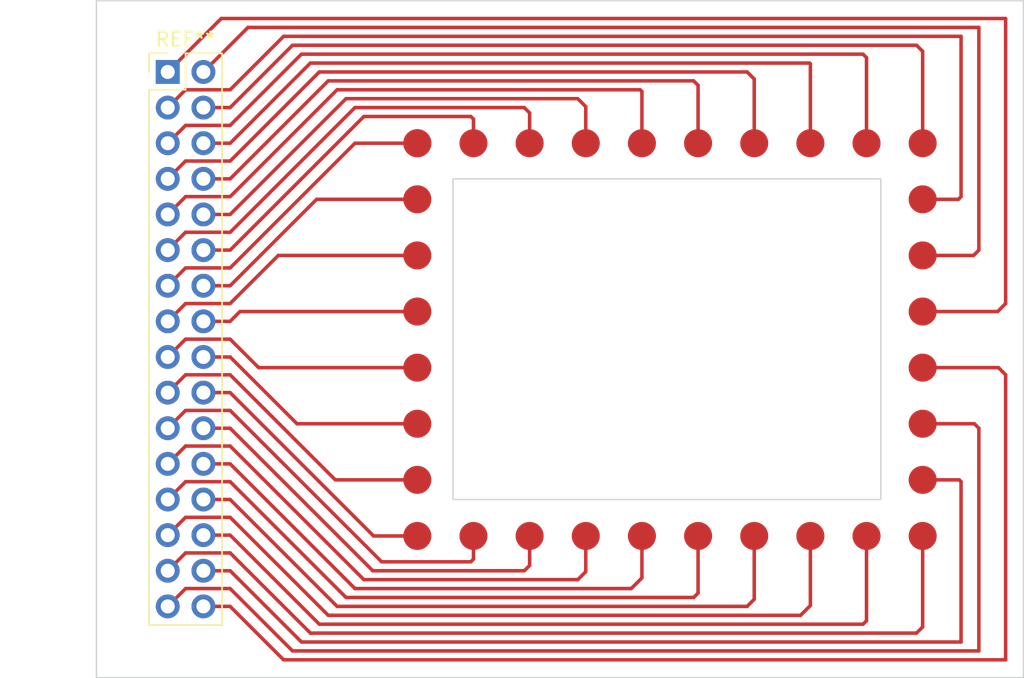
<source format=kicad_pcb>
(kicad_pcb (version 20221018) (generator pcbnew)
  (layers (0 "F.Cu" signal) (31 "B.Cu" signal) (34 "B.Paste" user) (35 "F.Paste" user) (36 "B.SilkS" user "B.Silkscreen") (37 "F.SilkS" user "F.Silkscreen") (38 "B.Mask" user) (39 "F.Mask" user) (44 "Edge.Cuts" user))
  (net 0 "")
  (net 1 "EIT")
  (footprint "CustomFootprints:FingerFrame" (layer "F.Cu") (at 37.465 24.13)
    (fp_text reference "REF**" hide)
    (fp_text value "FingerFrame" hide)
    (pad "1" smd circle (at 0 0) (size 2 2) (layers "F.Cu" "F.Paste" "F.Mask") (net 1 "EIT"))
    (pad "1" smd circle (at 0 0) (size 2 2) (layers "F.Cu" "F.Paste" "F.Mask") (net 1 "EIT"))
    (pad "1" smd circle (at 0 4) (size 2 2) (layers "F.Cu" "F.Paste" "F.Mask") (net 1 "EIT"))
    (pad "1" smd circle (at 0 8) (size 2 2) (layers "F.Cu" "F.Paste" "F.Mask") (net 1 "EIT"))
    (pad "1" smd circle (at 0 12) (size 2 2) (layers "F.Cu" "F.Paste" "F.Mask") (net 1 "EIT"))
    (pad "1" smd circle (at 0 16) (size 2 2) (layers "F.Cu" "F.Paste" "F.Mask") (net 1 "EIT"))
    (pad "1" smd circle (at 0 20) (size 2 2) (layers "F.Cu" "F.Paste" "F.Mask") (net 1 "EIT"))
    (pad "1" smd circle (at 0 24) (size 2 2) (layers "F.Cu" "F.Paste" "F.Mask") (net 1 "EIT"))
    (pad "1" smd circle (at 0 28) (size 2 2) (layers "F.Cu" "F.Paste" "F.Mask") (net 1 "EIT"))
    (pad "1" smd circle (at 4 0) (size 2 2) (property pad_prop_testpoint) (layers "F.Cu" "F.Paste" "F.Mask") (net 1 "EIT"))
    (pad "1" smd circle (at 4 28) (size 2 2) (layers "F.Cu" "F.Paste" "F.Mask") (net 1 "EIT"))
    (pad "1" smd circle (at 8 0) (size 2 2) (layers "F.Cu" "F.Paste" "F.Mask") (net 1 "EIT"))
    (pad "1" smd circle (at 8 28) (size 2 2) (layers "F.Cu" "F.Paste" "F.Mask") (net 1 "EIT"))
    (pad "1" smd circle (at 12 0) (size 2 2) (layers "F.Cu" "F.Paste" "F.Mask") (net 1 "EIT"))
    (pad "1" smd circle (at 12 28) (size 2 2) (layers "F.Cu" "F.Paste" "F.Mask") (net 1 "EIT"))
    (pad "1" smd circle (at 16 0) (size 2 2) (layers "F.Cu" "F.Paste" "F.Mask") (net 1 "EIT"))
    (pad "1" smd circle (at 16 28) (size 2 2) (layers "F.Cu" "F.Paste" "F.Mask") (net 1 "EIT"))
    (pad "1" smd circle (at 20 0) (size 2 2) (layers "F.Cu" "F.Paste" "F.Mask") (net 1 "EIT"))
    (pad "1" smd circle (at 20 28) (size 2 2) (layers "F.Cu" "F.Paste" "F.Mask") (net 1 "EIT"))
    (pad "1" smd circle (at 24 0) (size 2 2) (layers "F.Cu" "F.Paste" "F.Mask") (net 1 "EIT"))
    (pad "1" smd circle (at 24 28) (size 2 2) (layers "F.Cu" "F.Paste" "F.Mask") (net 1 "EIT"))
    (pad "1" smd circle (at 28 0) (size 2 2) (layers "F.Cu" "F.Paste" "F.Mask") (net 1 "EIT"))
    (pad "1" smd circle (at 28 28) (size 2 2) (layers "F.Cu" "F.Paste" "F.Mask") (net 1 "EIT"))
    (pad "1" smd circle (at 32 0) (size 2 2) (layers "F.Cu" "F.Paste" "F.Mask") (net 1 "EIT"))
    (pad "1" smd circle (at 32 28) (size 2 2) (layers "F.Cu" "F.Paste" "F.Mask") (net 1 "EIT"))
    (pad "1" smd circle (at 36 0) (size 2 2) (layers "F.Cu" "F.Paste" "F.Mask") (net 1 "EIT"))
    (pad "1" smd circle (at 36 4) (size 2 2) (layers "F.Cu" "F.Paste" "F.Mask") (net 1 "EIT"))
    (pad "1" smd circle (at 36 8) (size 2 2) (layers "F.Cu" "F.Paste" "F.Mask") (net 1 "EIT"))
    (pad "1" smd circle (at 36 12) (size 2 2) (layers "F.Cu" "F.Paste" "F.Mask") (net 1 "EIT"))
    (pad "1" smd circle (at 36 16) (size 2 2) (layers "F.Cu" "F.Paste" "F.Mask") (net 1 "EIT"))
    (pad "1" smd circle (at 36 20) (size 2 2) (layers "F.Cu" "F.Paste" "F.Mask") (net 1 "EIT"))
    (pad "1" smd circle (at 36 24) (size 2 2) (layers "F.Cu" "F.Paste" "F.Mask") (net 1 "EIT"))
    (pad "1" smd circle (at 36 28) (size 2 2) (layers "F.Cu" "F.Paste" "F.Mask") (net 1 "EIT"))
  )
  (footprint "Connector_PinHeader_2.54mm:PinHeader_2x16_P2.54mm_Vertical" (layer "F.Cu") (at 19.685 19.05)
    (fp_text reference "REF**" (at 1.27 -2.33) (layer "F.SilkS"))
    (fp_text value "PinHeader_2x16_P2.54mm_Vertical")
    (fp_line (start -1.33 -1.33) (end 0 -1.33) (stroke (width 0.12)) (layer "F.SilkS"))
    (fp_line (start -1.33 0) (end -1.33 -1.33) (stroke (width 0.12)) (layer "F.SilkS"))
    (fp_line (start -1.33 1.27) (end -1.33 39.43) (stroke (width 0.12)) (layer "F.SilkS"))
    (fp_line (start -1.33 1.27) (end 1.27 1.27) (stroke (width 0.12)) (layer "F.SilkS"))
    (fp_line (start -1.33 39.43) (end 3.87 39.43) (stroke (width 0.12)) (layer "F.SilkS"))
    (fp_line (start 1.27 -1.33) (end 3.87 -1.33) (stroke (width 0.12)) (layer "F.SilkS"))
    (fp_line (start 1.27 1.27) (end 1.27 -1.33) (stroke (width 0.12)) (layer "F.SilkS"))
    (fp_line (start 3.87 -1.33) (end 3.87 39.43) (stroke (width 0.12)) (layer "F.SilkS"))
    (pad "1" thru_hole rect (at 0 0) (size 1.7 1.7) (drill 1) (layers "*.Cu" "*.Mask") (net 1 "EIT"))
    (pad "2" thru_hole oval (at 2.54 0) (size 1.7 1.7) (drill 1) (layers "*.Cu" "*.Mask") (net 1 "EIT"))
    (pad "3" thru_hole oval (at 0 2.54) (size 1.7 1.7) (drill 1) (layers "*.Cu" "*.Mask") (net 1 "EIT"))
    (pad "4" thru_hole oval (at 2.54 2.54) (size 1.7 1.7) (drill 1) (layers "*.Cu" "*.Mask") (net 1 "EIT"))
    (pad "5" thru_hole oval (at 0 5.08) (size 1.7 1.7) (drill 1) (layers "*.Cu" "*.Mask") (net 1 "EIT"))
    (pad "6" thru_hole oval (at 2.54 5.08) (size 1.7 1.7) (drill 1) (layers "*.Cu" "*.Mask") (net 1 "EIT"))
    (pad "7" thru_hole oval (at 0 7.62) (size 1.7 1.7) (drill 1) (layers "*.Cu" "*.Mask") (net 1 "EIT"))
    (pad "8" thru_hole oval (at 2.54 7.62) (size 1.7 1.7) (drill 1) (layers "*.Cu" "*.Mask") (net 1 "EIT"))
    (pad "9" thru_hole oval (at 0 10.16) (size 1.7 1.7) (drill 1) (layers "*.Cu" "*.Mask") (net 1 "EIT"))
    (pad "10" thru_hole oval (at 2.54 10.16) (size 1.7 1.7) (drill 1) (layers "*.Cu" "*.Mask") (net 1 "EIT"))
    (pad "11" thru_hole oval (at 0 12.7) (size 1.7 1.7) (drill 1) (layers "*.Cu" "*.Mask") (net 1 "EIT"))
    (pad "12" thru_hole oval (at 2.54 12.7) (size 1.7 1.7) (drill 1) (layers "*.Cu" "*.Mask") (net 1 "EIT"))
    (pad "13" thru_hole oval (at 0 15.24) (size 1.7 1.7) (drill 1) (layers "*.Cu" "*.Mask") (net 1 "EIT"))
    (pad "14" thru_hole oval (at 2.54 15.24) (size 1.7 1.7) (drill 1) (layers "*.Cu" "*.Mask") (net 1 "EIT"))
    (pad "15" thru_hole oval (at 0 17.78) (size 1.7 1.7) (drill 1) (layers "*.Cu" "*.Mask") (net 1 "EIT"))
    (pad "16" thru_hole oval (at 2.54 17.78) (size 1.7 1.7) (drill 1) (layers "*.Cu" "*.Mask") (net 1 "EIT"))
    (pad "17" thru_hole oval (at 0 20.32) (size 1.7 1.7) (drill 1) (layers "*.Cu" "*.Mask") (net 1 "EIT"))
    (pad "18" thru_hole oval (at 2.54 20.32) (size 1.7 1.7) (drill 1) (layers "*.Cu" "*.Mask") (net 1 "EIT"))
    (pad "19" thru_hole oval (at 0 22.86) (size 1.7 1.7) (drill 1) (layers "*.Cu" "*.Mask") (net 1 "EIT"))
    (pad "20" thru_hole oval (at 2.54 22.86) (size 1.7 1.7) (drill 1) (layers "*.Cu" "*.Mask") (net 1 "EIT"))
    (pad "21" thru_hole oval (at 0 25.4) (size 1.7 1.7) (drill 1) (layers "*.Cu" "*.Mask") (net 1 "EIT"))
    (pad "22" thru_hole oval (at 2.54 25.4) (size 1.7 1.7) (drill 1) (layers "*.Cu" "*.Mask") (net 1 "EIT"))
    (pad "23" thru_hole oval (at 0 27.94) (size 1.7 1.7) (drill 1) (layers "*.Cu" "*.Mask") (net 1 "EIT"))
    (pad "24" thru_hole oval (at 2.54 27.94) (size 1.7 1.7) (drill 1) (layers "*.Cu" "*.Mask") (net 1 "EIT"))
    (pad "25" thru_hole oval (at 0 30.48) (size 1.7 1.7) (drill 1) (layers "*.Cu" "*.Mask") (net 1 "EIT"))
    (pad "26" thru_hole oval (at 2.54 30.48) (size 1.7 1.7) (drill 1) (layers "*.Cu" "*.Mask") (net 1 "EIT"))
    (pad "27" thru_hole oval (at 0 33.02) (size 1.7 1.7) (drill 1) (layers "*.Cu" "*.Mask") (net 1 "EIT"))
    (pad "28" thru_hole oval (at 2.54 33.02) (size 1.7 1.7) (drill 1) (layers "*.Cu" "*.Mask") (net 1 "EIT"))
    (pad "29" thru_hole oval (at 0 35.56) (size 1.7 1.7) (drill 1) (layers "*.Cu" "*.Mask") (net 1 "EIT"))
    (pad "30" thru_hole oval (at 2.54 35.56) (size 1.7 1.7) (drill 1) (layers "*.Cu" "*.Mask") (net 1 "EIT"))
    (pad "31" thru_hole oval (at 0 38.1) (size 1.7 1.7) (drill 1) (layers "*.Cu" "*.Mask") (net 1 "EIT"))
    (pad "32" thru_hole oval (at 2.54 38.1) (size 1.7 1.7) (drill 1) (layers "*.Cu" "*.Mask") (net 1 "EIT"))
  )
  (gr_rect (start 14.605 13.97) (end 80.645 62.23) (stroke (width 0.1)) (fill none) (layer "Edge.Cuts"))
  (gr_rect (start 40.005 26.67) (end 70.485 49.53) (stroke (width 0.1)) (fill none) (layer "Edge.Cuts"))
  (segment (start 49.465 54.675) (end 49.465 52.13) (width 0.25) (layer "F.Cu") (net 1))
  (segment (start 29.845 18.415) (end 65.405 18.415) (width 0.25) (layer "F.Cu") (net 1))
  (segment (start 53.34 20.32) (end 53.465 20.445) (width 0.25) (layer "F.Cu") (net 1))
  (segment (start 22.225 46.99) (end 24.13 46.99) (width 0.25) (layer "F.Cu") (net 1))
  (segment (start 24.13 52.07) (end 30.48 58.42) (width 0.25) (layer "F.Cu") (net 1))
  (segment (start 34.925 53.975) (end 41.275 53.975) (width 0.25) (layer "F.Cu") (net 1))
  (segment (start 69.465 24.13) (end 69.465 18.03) (width 0.25) (layer "F.Cu") (net 1))
  (segment (start 24.13 50.8) (end 31.115 57.785) (width 0.25) (layer "F.Cu") (net 1))
  (segment (start 20.955 22.86) (end 19.685 24.13) (width 0.25) (layer "F.Cu") (net 1))
  (segment (start 65.465 57.09) (end 65.465 52.13) (width 0.25) (layer "F.Cu") (net 1))
  (segment (start 24.13 30.48) (end 33.02 21.59) (width 0.25) (layer "F.Cu") (net 1))
  (segment (start 79.375 40.64) (end 78.865 40.13) (width 0.25) (layer "F.Cu") (net 1))
  (segment (start 53.465 20.445) (end 53.465 24.13) (width 0.25) (layer "F.Cu") (net 1))
  (segment (start 22.225 41.91) (end 24.13 41.91) (width 0.25) (layer "F.Cu") (net 1))
  (segment (start 20.955 48.26) (end 24.13 48.26) (width 0.25) (layer "F.Cu") (net 1))
  (segment (start 22.225 24.13) (end 24.13 24.13) (width 0.25) (layer "F.Cu") (net 1))
  (segment (start 27.56 32.13) (end 37.465 32.13) (width 0.25) (layer "F.Cu") (net 1))
  (segment (start 33.02 24.13) (end 37.465 24.13) (width 0.25) (layer "F.Cu") (net 1))
  (segment (start 19.685 46.99) (end 20.955 45.72) (width 0.25) (layer "F.Cu") (net 1))
  (segment (start 76.2 48.26) (end 76.07 48.13) (width 0.25) (layer "F.Cu") (net 1))
  (segment (start 24.13 34.29) (end 30.29 28.13) (width 0.25) (layer "F.Cu") (net 1))
  (segment (start 41.275 22.225) (end 41.465 22.415) (width 0.25) (layer "F.Cu") (net 1))
  (segment (start 33.02 55.88) (end 52.705 55.88) (width 0.25) (layer "F.Cu") (net 1))
  (segment (start 69.215 17.78) (end 29.21 17.78) (width 0.25) (layer "F.Cu") (net 1))
  (segment (start 65.465 18.475) (end 65.465 24.13) (width 0.25) (layer "F.Cu") (net 1))
  (segment (start 28.575 60.325) (end 77.47 60.325) (width 0.25) (layer "F.Cu") (net 1))
  (segment (start 52.705 55.88) (end 53.465 55.12) (width 0.25) (layer "F.Cu") (net 1))
  (segment (start 31.62 48.13) (end 37.465 48.13) (width 0.25) (layer "F.Cu") (net 1))
  (segment (start 22.225 44.45) (end 24.13 44.45) (width 0.25) (layer "F.Cu") (net 1))
  (segment (start 77.47 44.45) (end 77.15 44.13) (width 0.25) (layer "F.Cu") (net 1))
  (segment (start 31.115 57.785) (end 64.77 57.785) (width 0.25) (layer "F.Cu") (net 1))
  (segment (start 34.35 52.13) (end 37.465 52.13) (width 0.25) (layer "F.Cu") (net 1))
  (segment (start 19.685 29.21) (end 20.955 27.94) (width 0.25) (layer "F.Cu") (net 1))
  (segment (start 24.13 33.02) (end 33.02 24.13) (width 0.25) (layer "F.Cu") (net 1))
  (segment (start 30.48 58.42) (end 69.215 58.42) (width 0.25) (layer "F.Cu") (net 1))
  (segment (start 24.13 57.15) (end 27.94 60.96) (width 0.25) (layer "F.Cu") (net 1))
  (segment (start 32.385 56.515) (end 57.15 56.515) (width 0.25) (layer "F.Cu") (net 1))
  (segment (start 20.955 27.94) (end 24.13 27.94) (width 0.25) (layer "F.Cu") (net 1))
  (segment (start 22.225 21.59) (end 24.13 21.59) (width 0.25) (layer "F.Cu") (net 1))
  (segment (start 79.375 60.96) (end 79.375 40.64) (width 0.25) (layer "F.Cu") (net 1))
  (segment (start 45.465 54.23) (end 45.465 52.13) (width 0.25) (layer "F.Cu") (net 1))
  (segment (start 49.465 21.525) (end 49.465 24.13) (width 0.25) (layer "F.Cu") (net 1))
  (segment (start 24.13 53.34) (end 29.845 59.055) (width 0.25) (layer "F.Cu") (net 1))
  (segment (start 20.955 43.18) (end 24.13 43.18) (width 0.25) (layer "F.Cu") (net 1))
  (segment (start 76.2 16.51) (end 76.2 27.94) (width 0.25) (layer "F.Cu") (net 1))
  (segment (start 22.225 36.83) (end 24.13 36.83) (width 0.25) (layer "F.Cu") (net 1))
  (segment (start 22.225 29.21) (end 24.13 29.21) (width 0.25) (layer "F.Cu") (net 1))
  (segment (start 20.955 40.64) (end 24.13 40.64) (width 0.25) (layer "F.Cu") (net 1))
  (segment (start 24.13 20.32) (end 27.94 16.51) (width 0.25) (layer "F.Cu") (net 1))
  (segment (start 78.865 40.13) (end 73.465 40.13) (width 0.25) (layer "F.Cu") (net 1))
  (segment (start 24.13 36.83) (end 24.83 36.13) (width 0.25) (layer "F.Cu") (net 1))
  (segment (start 60.96 57.15) (end 61.465 56.645) (width 0.25) (layer "F.Cu") (net 1))
  (segment (start 48.895 20.955) (end 49.465 21.525) (width 0.25) (layer "F.Cu") (net 1))
  (segment (start 57.465 56.2) (end 57.465 52.13) (width 0.25) (layer "F.Cu") (net 1))
  (segment (start 45.465 21.97) (end 45.465 24.13) (width 0.25) (layer "F.Cu") (net 1))
  (segment (start 24.13 26.67) (end 31.115 19.685) (width 0.25) (layer "F.Cu") (net 1))
  (segment (start 23.495 15.24) (end 79.375 15.24) (width 0.25) (layer "F.Cu") (net 1))
  (segment (start 79.375 15.24) (end 79.375 35.56) (width 0.25) (layer "F.Cu") (net 1))
  (segment (start 24.13 29.21) (end 32.385 20.955) (width 0.25) (layer "F.Cu") (net 1))
  (segment (start 41.465 53.785) (end 41.465 52.13) (width 0.25) (layer "F.Cu") (net 1))
  (segment (start 22.225 31.75) (end 24.13 31.75) (width 0.25) (layer "F.Cu") (net 1))
  (segment (start 19.685 36.83) (end 20.955 35.56) (width 0.25) (layer "F.Cu") (net 1))
  (segment (start 19.685 34.29) (end 20.955 33.02) (width 0.25) (layer "F.Cu") (net 1))
  (segment (start 28.575 17.145) (end 73.025 17.145) (width 0.25) (layer "F.Cu") (net 1))
  (segment (start 64.77 57.785) (end 65.465 57.09) (width 0.25) (layer "F.Cu") (net 1))
  (segment (start 22.225 34.29) (end 24.13 34.29) (width 0.25) (layer "F.Cu") (net 1))
  (segment (start 60.96 19.05) (end 61.465 19.555) (width 0.25) (layer "F.Cu") (net 1))
  (segment (start 73.025 17.145) (end 73.465 17.585) (width 0.25) (layer "F.Cu") (net 1))
  (segment (start 77.47 31.75) (end 77.09 32.13) (width 0.25) (layer "F.Cu") (net 1))
  (segment (start 41.275 53.975) (end 41.465 53.785) (width 0.25) (layer "F.Cu") (net 1))
  (segment (start 77.09 32.13) (end 73.465 32.13) (width 0.25) (layer "F.Cu") (net 1))
  (segment (start 22.225 49.53) (end 24.13 49.53) (width 0.25) (layer "F.Cu") (net 1))
  (segment (start 30.29 28.13) (end 37.465 28.13) (width 0.25) (layer "F.Cu") (net 1))
  (segment (start 20.955 30.48) (end 24.13 30.48) (width 0.25) (layer "F.Cu") (net 1))
  (segment (start 22.225 39.37) (end 24.13 39.37) (width 0.25) (layer "F.Cu") (net 1))
  (segment (start 20.955 35.56) (end 24.13 35.56) (width 0.25) (layer "F.Cu") (net 1))
  (segment (start 76.07 48.13) (end 73.465 48.13) (width 0.25) (layer "F.Cu") (net 1))
  (segment (start 24.13 45.72) (end 33.655 55.245) (width 0.25) (layer "F.Cu") (net 1))
  (segment (start 32.385 20.955) (end 48.895 20.955) (width 0.25) (layer "F.Cu") (net 1))
  (segment (start 20.955 38.1) (end 24.13 38.1) (width 0.25) (layer "F.Cu") (net 1))
  (segment (start 24.13 48.26) (end 32.385 56.515) (width 0.25) (layer "F.Cu") (net 1))
  (segment (start 57.15 19.685) (end 57.465 20) (width 0.25) (layer "F.Cu") (net 1))
  (segment (start 19.685 57.15) (end 20.955 55.88) (width 0.25) (layer "F.Cu") (net 1))
  (segment (start 31.75 20.32) (end 53.34 20.32) (width 0.25) (layer "F.Cu") (net 1))
  (segment (start 24.13 43.18) (end 34.925 53.975) (width 0.25) (layer "F.Cu") (net 1))
  (segment (start 24.13 41.91) (end 34.35 52.13) (width 0.25) (layer "F.Cu") (net 1))
  (segment (start 24.13 54.61) (end 29.21 59.69) (width 0.25) (layer "F.Cu") (net 1))
  (segment (start 24.13 55.88) (end 28.575 60.325) (width 0.25) (layer "F.Cu") (net 1))
  (segment (start 69.465 58.17) (end 69.465 52.13) (width 0.25) (layer "F.Cu") (net 1))
  (segment (start 24.13 49.53) (end 31.75 57.15) (width 0.25) (layer "F.Cu") (net 1))
  (segment (start 20.955 55.88) (end 24.13 55.88) (width 0.25) (layer "F.Cu") (net 1))
  (segment (start 33.655 22.225) (end 41.275 22.225) (width 0.25) (layer "F.Cu") (net 1))
  (segment (start 65.405 18.415) (end 65.465 18.475) (width 0.25) (layer "F.Cu") (net 1))
  (segment (start 19.685 21.59) (end 20.955 20.32) (width 0.25) (layer "F.Cu") (net 1))
  (segment (start 57.465 20) (end 57.465 24.13) (width 0.25) (layer "F.Cu") (net 1))
  (segment (start 24.13 21.59) (end 28.575 17.145) (width 0.25) (layer "F.Cu") (net 1))
  (segment (start 45.085 21.59) (end 45.465 21.97) (width 0.25) (layer "F.Cu") (net 1))
  (segment (start 34.29 54.61) (end 45.085 54.61) (width 0.25) (layer "F.Cu") (net 1))
  (segment (start 27.94 60.96) (end 79.375 60.96) (width 0.25) (layer "F.Cu") (net 1))
  (segment (start 73.465 17.585) (end 73.465 24.13) (width 0.25) (layer "F.Cu") (net 1))
  (segment (start 61.465 19.555) (end 61.465 24.13) (width 0.25) (layer "F.Cu") (net 1))
  (segment (start 25.4 15.875) (end 77.47 15.875) (width 0.25) (layer "F.Cu") (net 1))
  (segment (start 28.89 44.13) (end 37.465 44.13) (width 0.25) (layer "F.Cu") (net 1))
  (segment (start 29.21 59.69) (end 76.2 59.69) (width 0.25) (layer "F.Cu") (net 1))
  (segment (start 69.215 58.42) (end 69.465 58.17) (width 0.25) (layer "F.Cu") (net 1))
  (segment (start 29.21 17.78) (end 24.13 22.86) (width 0.25) (layer "F.Cu") (net 1))
  (segment (start 76.01 28.13) (end 73.465 28.13) (width 0.25) (layer "F.Cu") (net 1))
  (segment (start 19.685 26.67) (end 20.955 25.4) (width 0.25) (layer "F.Cu") (net 1))
  (segment (start 30.48 19.05) (end 60.96 19.05) (width 0.25) (layer "F.Cu") (net 1))
  (segment (start 57.15 56.515) (end 57.465 56.2) (width 0.25) (layer "F.Cu") (net 1))
  (segment (start 77.47 15.875) (end 77.47 31.75) (width 0.25) (layer "F.Cu") (net 1))
  (segment (start 22.225 19.05) (end 25.4 15.875) (width 0.25) (layer "F.Cu") (net 1))
  (segment (start 24.13 22.86) (end 20.955 22.86) (width 0.25) (layer "F.Cu") (net 1))
  (segment (start 24.13 35.56) (end 27.56 32.13) (width 0.25) (layer "F.Cu") (net 1))
  (segment (start 20.955 25.4) (end 24.13 25.4) (width 0.25) (layer "F.Cu") (net 1))
  (segment (start 53.465 55.12) (end 53.465 52.13) (width 0.25) (layer "F.Cu") (net 1))
  (segment (start 22.225 52.07) (end 24.13 52.07) (width 0.25) (layer "F.Cu") (net 1))
  (segment (start 19.685 39.37) (end 20.955 38.1) (width 0.25) (layer "F.Cu") (net 1))
  (segment (start 73.465 58.615) (end 73.465 52.13) (width 0.25) (layer "F.Cu") (net 1))
  (segment (start 19.685 44.45) (end 20.955 43.18) (width 0.25) (layer "F.Cu") (net 1))
  (segment (start 20.955 50.8) (end 24.13 50.8) (width 0.25) (layer "F.Cu") (net 1))
  (segment (start 20.955 20.32) (end 24.13 20.32) (width 0.25) (layer "F.Cu") (net 1))
  (segment (start 24.13 31.75) (end 33.655 22.225) (width 0.25) (layer "F.Cu") (net 1))
  (segment (start 19.685 31.75) (end 20.955 30.48) (width 0.25) (layer "F.Cu") (net 1))
  (segment (start 19.685 52.07) (end 20.955 50.8) (width 0.25) (layer "F.Cu") (net 1))
  (segment (start 24.13 38.1) (end 26.16 40.13) (width 0.25) (layer "F.Cu") (net 1))
  (segment (start 45.085 54.61) (end 45.465 54.23) (width 0.25) (layer "F.Cu") (net 1))
  (segment (start 33.02 21.59) (end 45.085 21.59) (width 0.25) (layer "F.Cu") (net 1))
  (segment (start 73.025 59.055) (end 73.465 58.615) (width 0.25) (layer "F.Cu") (net 1))
  (segment (start 78.805 36.13) (end 73.465 36.13) (width 0.25) (layer "F.Cu") (net 1))
  (segment (start 22.225 57.15) (end 24.13 57.15) (width 0.25) (layer "F.Cu") (net 1))
  (segment (start 20.955 45.72) (end 24.13 45.72) (width 0.25) (layer "F.Cu") (net 1))
  (segment (start 77.15 44.13) (end 73.465 44.13) (width 0.25) (layer "F.Cu") (net 1))
  (segment (start 24.13 44.45) (end 34.29 54.61) (width 0.25) (layer "F.Cu") (net 1))
  (segment (start 24.13 27.94) (end 31.75 20.32) (width 0.25) (layer "F.Cu") (net 1))
  (segment (start 33.655 55.245) (end 48.895 55.245) (width 0.25) (layer "F.Cu") (net 1))
  (segment (start 27.94 16.51) (end 76.2 16.51) (width 0.25) (layer "F.Cu") (net 1))
  (segment (start 20.955 53.34) (end 24.13 53.34) (width 0.25) (layer "F.Cu") (net 1))
  (segment (start 76.2 59.69) (end 76.2 48.26) (width 0.25) (layer "F.Cu") (net 1))
  (segment (start 26.16 40.13) (end 37.465 40.13) (width 0.25) (layer "F.Cu") (net 1))
  (segment (start 24.13 39.37) (end 28.89 44.13) (width 0.25) (layer "F.Cu") (net 1))
  (segment (start 24.13 40.64) (end 31.62 48.13) (width 0.25) (layer "F.Cu") (net 1))
  (segment (start 22.225 54.61) (end 24.13 54.61) (width 0.25) (layer "F.Cu") (net 1))
  (segment (start 61.465 56.645) (end 61.465 52.13) (width 0.25) (layer "F.Cu") (net 1))
  (segment (start 76.2 27.94) (end 76.01 28.13) (width 0.25) (layer "F.Cu") (net 1))
  (segment (start 48.895 55.245) (end 49.465 54.675) (width 0.25) (layer "F.Cu") (net 1))
  (segment (start 77.47 60.325) (end 77.47 44.45) (width 0.25) (layer "F.Cu") (net 1))
  (segment (start 19.685 19.05) (end 23.495 15.24) (width 0.25) (layer "F.Cu") (net 1))
  (segment (start 24.83 36.13) (end 37.465 36.13) (width 0.25) (layer "F.Cu") (net 1))
  (segment (start 22.225 26.67) (end 24.13 26.67) (width 0.25) (layer "F.Cu") (net 1))
  (segment (start 24.13 46.99) (end 33.02 55.88) (width 0.25) (layer "F.Cu") (net 1))
  (segment (start 31.115 19.685) (end 57.15 19.685) (width 0.25) (layer "F.Cu") (net 1))
  (segment (start 29.845 59.055) (end 73.025 59.055) (width 0.25) (layer "F.Cu") (net 1))
  (segment (start 19.685 54.61) (end 20.955 53.34) (width 0.25) (layer "F.Cu") (net 1))
  (segment (start 41.465 22.415) (end 41.465 24.13) (width 0.25) (layer "F.Cu") (net 1))
  (segment (start 24.13 24.13) (end 29.845 18.415) (width 0.25) (layer "F.Cu") (net 1))
  (segment (start 19.685 41.91) (end 20.955 40.64) (width 0.25) (layer "F.Cu") (net 1))
  (segment (start 31.75 57.15) (end 60.96 57.15) (width 0.25) (layer "F.Cu") (net 1))
  (segment (start 24.13 25.4) (end 30.48 19.05) (width 0.25) (layer "F.Cu") (net 1))
  (segment (start 19.685 49.53) (end 20.955 48.26) (width 0.25) (layer "F.Cu") (net 1))
  (segment (start 79.375 35.56) (end 78.805 36.13) (width 0.25) (layer "F.Cu") (net 1))
  (segment (start 69.465 18.03) (end 69.215 17.78) (width 0.25) (layer "F.Cu") (net 1))
  (segment (start 20.955 33.02) (end 24.13 33.02) (width 0.25) (layer "F.Cu") (net 1))
)
</source>
